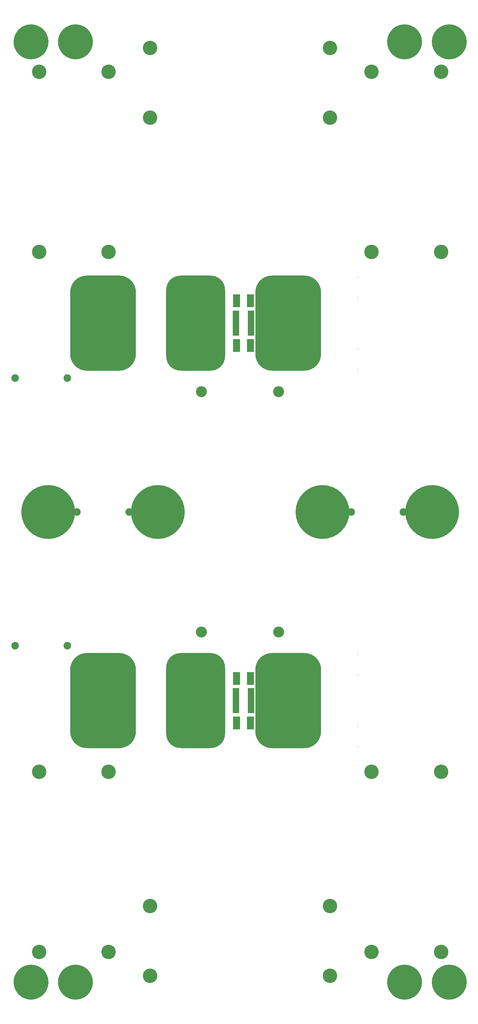
<source format=gts>
G04*
G04 #@! TF.GenerationSoftware,Altium Limited,Altium Designer,18.1.9 (240)*
G04*
G04 Layer_Color=8388736*
%FSLAX25Y25*%
%MOIN*%
G70*
G01*
G75*
%ADD16R,0.07887X0.14973*%
%ADD17R,0.07296X0.28753*%
%ADD18C,0.40170*%
%ADD19C,0.61824*%
%ADD20C,0.08674*%
%ADD21C,0.16548*%
%ADD22C,0.12611*%
G04:AMPARAMS|DCode=23|XSize=756.03mil|YSize=1090.68mil|CornerRadius=191.01mil|HoleSize=0mil|Usage=FLASHONLY|Rotation=0.000|XOffset=0mil|YOffset=0mil|HoleType=Round|Shape=RoundedRectangle|*
%AMROUNDEDRECTD23*
21,1,0.75603,0.70866,0,0,0.0*
21,1,0.37402,1.09068,0,0,0.0*
1,1,0.38202,0.18701,-0.35433*
1,1,0.38202,-0.18701,-0.35433*
1,1,0.38202,-0.18701,0.35433*
1,1,0.38202,0.18701,0.35433*
%
%ADD23ROUNDEDRECTD23*%
G04:AMPARAMS|DCode=24|XSize=677.29mil|YSize=1090.68mil|CornerRadius=171.32mil|HoleSize=0mil|Usage=FLASHONLY|Rotation=0.000|XOffset=0mil|YOffset=0mil|HoleType=Round|Shape=RoundedRectangle|*
%AMROUNDEDRECTD24*
21,1,0.67729,0.74803,0,0,0.0*
21,1,0.33465,1.09068,0,0,0.0*
1,1,0.34265,0.16732,-0.37402*
1,1,0.34265,-0.16732,-0.37402*
1,1,0.34265,-0.16732,0.37402*
1,1,0.34265,0.16732,0.37402*
%
%ADD24ROUNDEDRECTD24*%
%ADD25C,0.00800*%
%ADD26C,0.04737*%
D16*
X-4134Y242126D02*
D03*
X12008D02*
D03*
X-4134Y190945D02*
D03*
X12008D02*
D03*
X-4134Y-242126D02*
D03*
X12008D02*
D03*
X-4134Y-190945D02*
D03*
X12008D02*
D03*
D17*
X12697Y216535D02*
D03*
X-4823D02*
D03*
X12697Y-216535D02*
D03*
X-4823D02*
D03*
D18*
X188976Y539370D02*
D03*
X240158D02*
D03*
X-188976Y539370D02*
D03*
X-240158D02*
D03*
X188976Y-539370D02*
D03*
X240158D02*
D03*
X-240158Y-539370D02*
D03*
X-188976D02*
D03*
D19*
X220472Y0D02*
D03*
X94488D02*
D03*
X-220472D02*
D03*
X-94488D02*
D03*
D20*
X-187480D02*
D03*
X-127480D02*
D03*
X127480D02*
D03*
X187480D02*
D03*
X-258347Y153543D02*
D03*
X-198346D02*
D03*
Y-153543D02*
D03*
X-258347D02*
D03*
D21*
X-150984Y298228D02*
D03*
Y504921D02*
D03*
X-230906D02*
D03*
Y298228D02*
D03*
X150984Y504921D02*
D03*
Y298228D02*
D03*
X230906D02*
D03*
Y504921D02*
D03*
X-103347Y452165D02*
D03*
X103347D02*
D03*
Y532087D02*
D03*
X-103347D02*
D03*
X230906Y-504921D02*
D03*
Y-298228D02*
D03*
X150984D02*
D03*
Y-504921D02*
D03*
X-103347Y-532087D02*
D03*
X103347D02*
D03*
Y-452165D02*
D03*
X-103347D02*
D03*
X-150984Y-298228D02*
D03*
Y-504921D02*
D03*
X-230906D02*
D03*
Y-298228D02*
D03*
D22*
X-44291Y137795D02*
D03*
X44291D02*
D03*
X-44291Y-137795D02*
D03*
X44291D02*
D03*
D23*
X-157480Y-216535D02*
D03*
X55118D02*
D03*
Y216535D02*
D03*
X-157480D02*
D03*
D24*
X-51181Y-216535D02*
D03*
Y216535D02*
D03*
D25*
X134843Y-269685D02*
D03*
Y-246063D02*
D03*
Y-187008D02*
D03*
Y-163386D02*
D03*
Y269685D02*
D03*
Y246063D02*
D03*
Y187008D02*
D03*
Y163386D02*
D03*
D26*
X-51181Y-240158D02*
D03*
Y-255906D02*
D03*
X-47244Y-263779D02*
D03*
X-43307Y-255906D02*
D03*
X-47244Y-248031D02*
D03*
X-43307Y-240158D02*
D03*
X-47244Y-232283D02*
D03*
X-39370D02*
D03*
X-35433Y-240158D02*
D03*
X-39370Y-248031D02*
D03*
X-31496Y-232283D02*
D03*
X-23622D02*
D03*
X-27559Y-240158D02*
D03*
X-31496Y-248031D02*
D03*
X-23622D02*
D03*
X-35433Y-255906D02*
D03*
X-27559D02*
D03*
X-39370Y-263779D02*
D03*
X-35433Y-224409D02*
D03*
X-27559D02*
D03*
X-31496Y-216535D02*
D03*
X-23622D02*
D03*
X-47244Y-169291D02*
D03*
X-43307Y-177165D02*
D03*
X-47244Y-185039D02*
D03*
X-43307Y-192913D02*
D03*
X-47244Y-200787D02*
D03*
X-39370D02*
D03*
X-35433Y-192913D02*
D03*
X-39370Y-185039D02*
D03*
X-31496Y-200787D02*
D03*
X-23622D02*
D03*
X-27559Y-192913D02*
D03*
X-31496Y-185039D02*
D03*
X-23622D02*
D03*
X-35433Y-177165D02*
D03*
X-27559D02*
D03*
X-39370Y-169291D02*
D03*
X-35433Y-208661D02*
D03*
X-27559D02*
D03*
X-51181Y-192913D02*
D03*
X-31496Y-263779D02*
D03*
Y-169291D02*
D03*
X-19685Y-224409D02*
D03*
Y-208661D02*
D03*
Y-192913D02*
D03*
Y-240158D02*
D03*
X-82677Y-192913D02*
D03*
Y-240158D02*
D03*
Y-224409D02*
D03*
Y-208661D02*
D03*
X-70866Y-263779D02*
D03*
Y-169291D02*
D03*
X-74803Y-224409D02*
D03*
X-66929D02*
D03*
X-62992Y-263779D02*
D03*
X-74803Y-255906D02*
D03*
X-66929D02*
D03*
X-78740Y-248031D02*
D03*
X-70866D02*
D03*
X-74803Y-240158D02*
D03*
X-78740Y-232283D02*
D03*
X-70866D02*
D03*
X-62992Y-248031D02*
D03*
X-66929Y-240158D02*
D03*
X-62992Y-232283D02*
D03*
X-55118D02*
D03*
X-59055Y-240158D02*
D03*
X-55118Y-248031D02*
D03*
X-59055Y-255906D02*
D03*
X-55118Y-263779D02*
D03*
X-78740Y-216535D02*
D03*
X-70866D02*
D03*
X-74803Y-208661D02*
D03*
X-66929D02*
D03*
X-62992Y-169291D02*
D03*
X-74803Y-177165D02*
D03*
X-66929D02*
D03*
X-78740Y-185039D02*
D03*
X-70866D02*
D03*
X-74803Y-192913D02*
D03*
X-78740Y-200787D02*
D03*
X-70866D02*
D03*
X-62992Y-185039D02*
D03*
X-66929Y-192913D02*
D03*
X-62992Y-200787D02*
D03*
X-55118D02*
D03*
X-59055Y-192913D02*
D03*
X-55118Y-185039D02*
D03*
X-59055Y-177165D02*
D03*
X-55118Y-169291D02*
D03*
X-51181Y-177165D02*
D03*
X88583Y-240158D02*
D03*
Y-192913D02*
D03*
Y-208661D02*
D03*
Y-224409D02*
D03*
X76772Y-169291D02*
D03*
Y-263779D02*
D03*
X57087Y-192913D02*
D03*
Y-177165D02*
D03*
X80709Y-208661D02*
D03*
X72835D02*
D03*
X68898Y-169291D02*
D03*
X80709Y-177165D02*
D03*
X72835D02*
D03*
X84646Y-185039D02*
D03*
X76772D02*
D03*
X80709Y-192913D02*
D03*
X84646Y-200787D02*
D03*
X76772D02*
D03*
X68898Y-185039D02*
D03*
X72835Y-192913D02*
D03*
X68898Y-200787D02*
D03*
X61024D02*
D03*
X64961Y-192913D02*
D03*
X61024Y-185039D02*
D03*
X64961Y-177165D02*
D03*
X61024Y-169291D02*
D03*
X84646Y-216535D02*
D03*
X76772D02*
D03*
X80709Y-224409D02*
D03*
X72835D02*
D03*
X68898Y-263779D02*
D03*
X80709Y-255906D02*
D03*
X72835D02*
D03*
X84646Y-248031D02*
D03*
X76772D02*
D03*
X80709Y-240158D02*
D03*
X84646Y-232283D02*
D03*
X76772D02*
D03*
X68898Y-248031D02*
D03*
X72835Y-240158D02*
D03*
X68898Y-232283D02*
D03*
X61024D02*
D03*
X64961Y-240158D02*
D03*
X61024Y-248031D02*
D03*
X64961Y-255906D02*
D03*
X61024Y-263779D02*
D03*
X57087Y-255906D02*
D03*
Y-240158D02*
D03*
X29528Y-263779D02*
D03*
Y-169291D02*
D03*
X49213Y-240158D02*
D03*
Y-255906D02*
D03*
X25591Y-224409D02*
D03*
X33465D02*
D03*
X37402Y-263779D02*
D03*
X25591Y-255906D02*
D03*
X33465D02*
D03*
X21654Y-248031D02*
D03*
X29528D02*
D03*
X25591Y-240158D02*
D03*
X21654Y-232283D02*
D03*
X29528D02*
D03*
X37402Y-248031D02*
D03*
X33465Y-240158D02*
D03*
X37402Y-232283D02*
D03*
X45276D02*
D03*
X41339Y-240158D02*
D03*
X45276Y-248031D02*
D03*
X41339Y-255906D02*
D03*
X45276Y-263779D02*
D03*
X21654Y-216535D02*
D03*
X29528D02*
D03*
X25591Y-208661D02*
D03*
X33465D02*
D03*
X37402Y-169291D02*
D03*
X25591Y-177165D02*
D03*
X33465D02*
D03*
X21654Y-185039D02*
D03*
X29528D02*
D03*
X25591Y-192913D02*
D03*
X21654Y-200787D02*
D03*
X29528D02*
D03*
X37402Y-185039D02*
D03*
X33465Y-192913D02*
D03*
X37402Y-200787D02*
D03*
X45276D02*
D03*
X41339Y-192913D02*
D03*
X45276Y-185039D02*
D03*
X41339Y-177165D02*
D03*
X45276Y-169291D02*
D03*
X49213Y-177165D02*
D03*
Y-192913D02*
D03*
X53150Y-232283D02*
D03*
Y-248031D02*
D03*
Y-263779D02*
D03*
Y-200787D02*
D03*
Y-185039D02*
D03*
Y-169291D02*
D03*
X88583Y-177165D02*
D03*
Y-255906D02*
D03*
X-78740Y-263779D02*
D03*
X-23622D02*
D03*
X-78740Y-169291D02*
D03*
X-23622D02*
D03*
X84646Y-263779D02*
D03*
Y-169291D02*
D03*
X-187008Y-263779D02*
D03*
Y-169291D02*
D03*
X-190945Y-177165D02*
D03*
Y-255906D02*
D03*
X-155512Y-263779D02*
D03*
Y-248031D02*
D03*
Y-232283D02*
D03*
Y-169291D02*
D03*
Y-185039D02*
D03*
Y-200787D02*
D03*
X-151575Y-240158D02*
D03*
Y-255906D02*
D03*
X-147638Y-263779D02*
D03*
X-143701Y-255906D02*
D03*
X-147638Y-248031D02*
D03*
X-143701Y-240158D02*
D03*
X-147638Y-232283D02*
D03*
X-139764D02*
D03*
X-135827Y-240158D02*
D03*
X-139764Y-248031D02*
D03*
X-131890Y-232283D02*
D03*
X-124016D02*
D03*
X-127953Y-240158D02*
D03*
X-131890Y-248031D02*
D03*
X-124016D02*
D03*
X-135827Y-255906D02*
D03*
X-127953D02*
D03*
X-139764Y-263779D02*
D03*
X-135827Y-224409D02*
D03*
X-127953D02*
D03*
X-131890Y-216535D02*
D03*
X-124016D02*
D03*
X-147638Y-169291D02*
D03*
X-143701Y-177165D02*
D03*
X-147638Y-185039D02*
D03*
X-143701Y-192913D02*
D03*
X-147638Y-200787D02*
D03*
X-139764D02*
D03*
X-135827Y-192913D02*
D03*
X-139764Y-185039D02*
D03*
X-131890Y-200787D02*
D03*
X-124016D02*
D03*
X-127953Y-192913D02*
D03*
X-131890Y-185039D02*
D03*
X-124016D02*
D03*
X-135827Y-177165D02*
D03*
X-127953D02*
D03*
X-139764Y-169291D02*
D03*
X-135827Y-208661D02*
D03*
X-127953D02*
D03*
X-151575Y-177165D02*
D03*
Y-192913D02*
D03*
X-131890Y-263779D02*
D03*
Y-169291D02*
D03*
X-159449Y-192913D02*
D03*
Y-177165D02*
D03*
X-163386Y-169291D02*
D03*
X-167323Y-177165D02*
D03*
X-163386Y-185039D02*
D03*
X-167323Y-192913D02*
D03*
X-163386Y-200787D02*
D03*
X-171260D02*
D03*
X-175197Y-192913D02*
D03*
X-171260Y-185039D02*
D03*
X-179134Y-200787D02*
D03*
X-187008D02*
D03*
X-183071Y-192913D02*
D03*
X-179134Y-185039D02*
D03*
X-187008D02*
D03*
X-175197Y-177165D02*
D03*
X-183071D02*
D03*
X-171260Y-169291D02*
D03*
X-175197Y-208661D02*
D03*
X-183071D02*
D03*
X-179134Y-216535D02*
D03*
X-187008D02*
D03*
X-163386Y-263779D02*
D03*
X-167323Y-255906D02*
D03*
X-163386Y-248031D02*
D03*
X-167323Y-240158D02*
D03*
X-163386Y-232283D02*
D03*
X-171260D02*
D03*
X-175197Y-240158D02*
D03*
X-171260Y-248031D02*
D03*
X-179134Y-232283D02*
D03*
X-187008D02*
D03*
X-183071Y-240158D02*
D03*
X-179134Y-248031D02*
D03*
X-187008D02*
D03*
X-175197Y-255906D02*
D03*
X-183071D02*
D03*
X-171260Y-263779D02*
D03*
X-175197Y-224409D02*
D03*
X-183071D02*
D03*
X-159449Y-255906D02*
D03*
Y-240158D02*
D03*
X-179134Y-169291D02*
D03*
Y-263779D02*
D03*
X-190945Y-208661D02*
D03*
Y-224409D02*
D03*
Y-240158D02*
D03*
Y-192913D02*
D03*
Y240158D02*
D03*
Y192913D02*
D03*
Y208661D02*
D03*
Y224409D02*
D03*
X-179134Y169291D02*
D03*
Y263779D02*
D03*
X-159449Y192913D02*
D03*
Y177165D02*
D03*
X-183071Y208661D02*
D03*
X-175197D02*
D03*
X-171260Y169291D02*
D03*
X-183071Y177165D02*
D03*
X-175197D02*
D03*
X-187008Y185039D02*
D03*
X-179134D02*
D03*
X-183071Y192913D02*
D03*
X-187008Y200787D02*
D03*
X-179134D02*
D03*
X-171260Y185039D02*
D03*
X-175197Y192913D02*
D03*
X-171260Y200787D02*
D03*
X-163386D02*
D03*
X-167323Y192913D02*
D03*
X-163386Y185039D02*
D03*
X-167323Y177165D02*
D03*
X-163386Y169291D02*
D03*
X-187008Y216535D02*
D03*
X-179134D02*
D03*
X-183071Y224409D02*
D03*
X-175197D02*
D03*
X-171260Y263779D02*
D03*
X-183071Y255906D02*
D03*
X-175197D02*
D03*
X-187008Y248031D02*
D03*
X-179134D02*
D03*
X-183071Y240158D02*
D03*
X-187008Y232283D02*
D03*
X-179134D02*
D03*
X-171260Y248031D02*
D03*
X-175197Y240158D02*
D03*
X-171260Y232283D02*
D03*
X-163386D02*
D03*
X-167323Y240158D02*
D03*
X-163386Y248031D02*
D03*
X-167323Y255906D02*
D03*
X-163386Y263779D02*
D03*
X-159449Y255906D02*
D03*
Y240158D02*
D03*
X-131890Y263779D02*
D03*
Y169291D02*
D03*
X-151575Y240158D02*
D03*
Y255906D02*
D03*
X-127953Y224409D02*
D03*
X-135827D02*
D03*
X-139764Y263779D02*
D03*
X-127953Y255906D02*
D03*
X-135827D02*
D03*
X-124016Y248031D02*
D03*
X-131890D02*
D03*
X-127953Y240158D02*
D03*
X-124016Y232283D02*
D03*
X-131890D02*
D03*
X-139764Y248031D02*
D03*
X-135827Y240158D02*
D03*
X-139764Y232283D02*
D03*
X-147638D02*
D03*
X-143701Y240158D02*
D03*
X-147638Y248031D02*
D03*
X-143701Y255906D02*
D03*
X-147638Y263779D02*
D03*
X-124016Y216535D02*
D03*
X-131890D02*
D03*
X-127953Y208661D02*
D03*
X-135827D02*
D03*
X-139764Y169291D02*
D03*
X-127953Y177165D02*
D03*
X-135827D02*
D03*
X-124016Y185039D02*
D03*
X-131890D02*
D03*
X-127953Y192913D02*
D03*
X-124016Y200787D02*
D03*
X-131890D02*
D03*
X-139764Y185039D02*
D03*
X-135827Y192913D02*
D03*
X-139764Y200787D02*
D03*
X-147638D02*
D03*
X-143701Y192913D02*
D03*
X-147638Y185039D02*
D03*
X-143701Y177165D02*
D03*
X-147638Y169291D02*
D03*
X-151575Y177165D02*
D03*
Y192913D02*
D03*
X-155512Y232283D02*
D03*
Y248031D02*
D03*
Y263779D02*
D03*
Y200787D02*
D03*
Y185039D02*
D03*
Y169291D02*
D03*
X-190945Y177165D02*
D03*
Y255906D02*
D03*
X-187008Y263779D02*
D03*
Y169291D02*
D03*
X84646Y263779D02*
D03*
Y169291D02*
D03*
X-23622Y263779D02*
D03*
X-78740D02*
D03*
X-23622Y169291D02*
D03*
X-78740D02*
D03*
X88583Y177165D02*
D03*
Y255906D02*
D03*
X53150Y263779D02*
D03*
Y248031D02*
D03*
Y232283D02*
D03*
Y169291D02*
D03*
Y185039D02*
D03*
Y200787D02*
D03*
X49213Y240158D02*
D03*
Y255906D02*
D03*
X45276Y263779D02*
D03*
X41339Y255906D02*
D03*
X45276Y248031D02*
D03*
X41339Y240158D02*
D03*
X45276Y232283D02*
D03*
X37402D02*
D03*
X33465Y240158D02*
D03*
X37402Y248031D02*
D03*
X29528Y232283D02*
D03*
X21654D02*
D03*
X25591Y240158D02*
D03*
X29528Y248031D02*
D03*
X21654D02*
D03*
X33465Y255906D02*
D03*
X25591D02*
D03*
X37402Y263779D02*
D03*
X33465Y224409D02*
D03*
X25591D02*
D03*
X29528Y216535D02*
D03*
X21654D02*
D03*
X45276Y169291D02*
D03*
X41339Y177165D02*
D03*
X45276Y185039D02*
D03*
X41339Y192913D02*
D03*
X45276Y200787D02*
D03*
X37402D02*
D03*
X33465Y192913D02*
D03*
X37402Y185039D02*
D03*
X29528Y200787D02*
D03*
X21654D02*
D03*
X25591Y192913D02*
D03*
X29528Y185039D02*
D03*
X21654D02*
D03*
X33465Y177165D02*
D03*
X25591D02*
D03*
X37402Y169291D02*
D03*
X33465Y208661D02*
D03*
X25591D02*
D03*
X49213Y177165D02*
D03*
Y192913D02*
D03*
X29528Y263779D02*
D03*
Y169291D02*
D03*
X57087Y192913D02*
D03*
Y177165D02*
D03*
X61024Y169291D02*
D03*
X64961Y177165D02*
D03*
X61024Y185039D02*
D03*
X64961Y192913D02*
D03*
X61024Y200787D02*
D03*
X68898D02*
D03*
X72835Y192913D02*
D03*
X68898Y185039D02*
D03*
X76772Y200787D02*
D03*
X84646D02*
D03*
X80709Y192913D02*
D03*
X76772Y185039D02*
D03*
X84646D02*
D03*
X72835Y177165D02*
D03*
X80709D02*
D03*
X68898Y169291D02*
D03*
X72835Y208661D02*
D03*
X80709D02*
D03*
X76772Y216535D02*
D03*
X84646D02*
D03*
X61024Y263779D02*
D03*
X64961Y255906D02*
D03*
X61024Y248031D02*
D03*
X64961Y240158D02*
D03*
X61024Y232283D02*
D03*
X68898D02*
D03*
X72835Y240158D02*
D03*
X68898Y248031D02*
D03*
X76772Y232283D02*
D03*
X84646D02*
D03*
X80709Y240158D02*
D03*
X76772Y248031D02*
D03*
X84646D02*
D03*
X72835Y255906D02*
D03*
X80709D02*
D03*
X68898Y263779D02*
D03*
X72835Y224409D02*
D03*
X80709D02*
D03*
X57087Y255906D02*
D03*
Y240158D02*
D03*
X76772Y169291D02*
D03*
Y263779D02*
D03*
X88583Y208661D02*
D03*
Y224409D02*
D03*
Y240158D02*
D03*
Y192913D02*
D03*
X-51181Y255906D02*
D03*
X-55118Y263779D02*
D03*
X-59055Y255906D02*
D03*
X-55118Y248031D02*
D03*
X-59055Y240158D02*
D03*
X-55118Y232283D02*
D03*
X-62992D02*
D03*
X-66929Y240158D02*
D03*
X-62992Y248031D02*
D03*
X-70866Y232283D02*
D03*
X-78740D02*
D03*
X-74803Y240158D02*
D03*
X-70866Y248031D02*
D03*
X-78740D02*
D03*
X-66929Y255906D02*
D03*
X-74803D02*
D03*
X-62992Y263779D02*
D03*
X-66929Y224409D02*
D03*
X-74803D02*
D03*
X-70866Y216535D02*
D03*
X-78740D02*
D03*
X-55118Y169291D02*
D03*
X-59055Y177165D02*
D03*
X-55118Y185039D02*
D03*
X-59055Y192913D02*
D03*
X-55118Y200787D02*
D03*
X-62992D02*
D03*
X-66929Y192913D02*
D03*
X-62992Y185039D02*
D03*
X-70866Y200787D02*
D03*
X-78740D02*
D03*
X-74803Y192913D02*
D03*
X-70866Y185039D02*
D03*
X-78740D02*
D03*
X-66929Y177165D02*
D03*
X-74803D02*
D03*
X-62992Y169291D02*
D03*
X-66929Y208661D02*
D03*
X-74803D02*
D03*
X-70866Y263779D02*
D03*
Y169291D02*
D03*
X-82677Y224409D02*
D03*
Y208661D02*
D03*
Y192913D02*
D03*
Y240158D02*
D03*
X-19685Y192913D02*
D03*
Y240158D02*
D03*
Y224409D02*
D03*
Y208661D02*
D03*
X-31496Y263779D02*
D03*
Y169291D02*
D03*
X-51181Y240158D02*
D03*
X-27559Y224409D02*
D03*
X-35433D02*
D03*
X-39370Y263779D02*
D03*
X-27559Y255906D02*
D03*
X-35433D02*
D03*
X-23622Y248031D02*
D03*
X-31496D02*
D03*
X-27559Y240158D02*
D03*
X-23622Y232283D02*
D03*
X-31496D02*
D03*
X-39370Y248031D02*
D03*
X-35433Y240158D02*
D03*
X-39370Y232283D02*
D03*
X-47244D02*
D03*
X-43307Y240158D02*
D03*
X-47244Y248031D02*
D03*
X-43307Y255906D02*
D03*
X-47244Y263779D02*
D03*
X-23622Y216535D02*
D03*
X-31496D02*
D03*
X-27559Y208661D02*
D03*
X-35433D02*
D03*
X-39370Y169291D02*
D03*
X-27559Y177165D02*
D03*
X-35433D02*
D03*
X-23622Y185039D02*
D03*
X-31496D02*
D03*
X-27559Y192913D02*
D03*
X-23622Y200787D02*
D03*
X-31496D02*
D03*
X-39370Y185039D02*
D03*
X-35433Y192913D02*
D03*
X-39370Y200787D02*
D03*
X-47244D02*
D03*
X-43307Y192913D02*
D03*
X-47244Y185039D02*
D03*
X-43307Y177165D02*
D03*
X-47244Y169291D02*
D03*
X-51181Y177165D02*
D03*
Y192913D02*
D03*
X195866Y551303D02*
D03*
X202756Y539370D02*
D03*
X200910Y546260D02*
D03*
Y532480D02*
D03*
X188976Y525591D02*
D03*
X195866Y527437D02*
D03*
X182087D02*
D03*
X175197Y539370D02*
D03*
X177043Y532480D02*
D03*
X182087Y551303D02*
D03*
X188976Y553150D02*
D03*
X177043Y546260D02*
D03*
X247047Y551303D02*
D03*
X253937Y539370D02*
D03*
X252091Y546260D02*
D03*
Y532480D02*
D03*
X240158Y525591D02*
D03*
X247047Y527437D02*
D03*
X233268D02*
D03*
X226378Y539370D02*
D03*
X228224Y532480D02*
D03*
Y546260D02*
D03*
X240158Y553150D02*
D03*
X233268Y551303D02*
D03*
X-195866Y551304D02*
D03*
X-202756Y539370D02*
D03*
X-200910Y546260D02*
D03*
Y532480D02*
D03*
X-188976Y525591D02*
D03*
X-195866Y527437D02*
D03*
X-182087D02*
D03*
X-175197Y539370D02*
D03*
X-177043Y532480D02*
D03*
X-182087Y551304D02*
D03*
X-188976Y553150D02*
D03*
X-177043Y546260D02*
D03*
X-247047Y551304D02*
D03*
X-253937Y539370D02*
D03*
X-252091Y546260D02*
D03*
Y532480D02*
D03*
X-240158Y525591D02*
D03*
X-247047Y527437D02*
D03*
X-233268D02*
D03*
X-226378Y539370D02*
D03*
X-228224Y532480D02*
D03*
Y546260D02*
D03*
X-240158Y553150D02*
D03*
X-233268Y551304D02*
D03*
X195866Y-551303D02*
D03*
X202756Y-539370D02*
D03*
X200910Y-546260D02*
D03*
Y-532480D02*
D03*
X188976Y-525591D02*
D03*
X195866Y-527437D02*
D03*
X182087D02*
D03*
X175197Y-539370D02*
D03*
X177043Y-532480D02*
D03*
X182087Y-551303D02*
D03*
X188976Y-553150D02*
D03*
X177043Y-546260D02*
D03*
X247047Y-551303D02*
D03*
X253937Y-539370D02*
D03*
X252091Y-546260D02*
D03*
Y-532480D02*
D03*
X240158Y-525591D02*
D03*
X247047Y-527437D02*
D03*
X233268D02*
D03*
X226378Y-539370D02*
D03*
X228224Y-532480D02*
D03*
Y-546260D02*
D03*
X240158Y-553150D02*
D03*
X233268Y-551303D02*
D03*
X-233268Y-551303D02*
D03*
X-240158Y-553150D02*
D03*
X-228224Y-546260D02*
D03*
Y-532480D02*
D03*
X-226378Y-539370D02*
D03*
X-233268Y-527437D02*
D03*
X-247047D02*
D03*
X-240158Y-525591D02*
D03*
X-252091Y-532480D02*
D03*
Y-546260D02*
D03*
X-253937Y-539370D02*
D03*
X-247047Y-551303D02*
D03*
X-177043Y-546260D02*
D03*
X-188976Y-553150D02*
D03*
X-182087Y-551303D02*
D03*
X-177043Y-532480D02*
D03*
X-175197Y-539370D02*
D03*
X-182087Y-527437D02*
D03*
X-195866D02*
D03*
X-188976Y-525591D02*
D03*
X-200910Y-532480D02*
D03*
Y-546260D02*
D03*
X-202756Y-539370D02*
D03*
X-195866Y-551303D02*
D03*
X232283Y-20457D02*
D03*
X228346Y-13638D02*
D03*
X240930Y-11811D02*
D03*
X234111Y-7874D02*
D03*
X244094Y-0D02*
D03*
X236221Y0D02*
D03*
X240930Y11811D02*
D03*
X234111Y7874D02*
D03*
X232283Y20457D02*
D03*
X228346Y13638D02*
D03*
X220473Y23622D02*
D03*
X220472Y15748D02*
D03*
X208661Y20457D02*
D03*
X212598Y13638D02*
D03*
X200015Y11811D02*
D03*
X206834Y7874D02*
D03*
X196850Y0D02*
D03*
X204724Y0D02*
D03*
X200015Y-11811D02*
D03*
X206834Y-7874D02*
D03*
X208661Y-20457D02*
D03*
X212598Y-13638D02*
D03*
X220472Y-23622D02*
D03*
X220472Y-15748D02*
D03*
X106299Y-20457D02*
D03*
X102362Y-13638D02*
D03*
X114945Y-11811D02*
D03*
X108126Y-7874D02*
D03*
X118110Y-0D02*
D03*
X110236Y0D02*
D03*
X114945Y11811D02*
D03*
X108126Y7874D02*
D03*
X106299Y20457D02*
D03*
X102362Y13638D02*
D03*
X94488Y23622D02*
D03*
X94488Y15748D02*
D03*
X82677Y20457D02*
D03*
X86614Y13638D02*
D03*
X74031Y11811D02*
D03*
X80850Y7874D02*
D03*
X70866Y0D02*
D03*
X78740Y0D02*
D03*
X74031Y-11811D02*
D03*
X80850Y-7874D02*
D03*
X82677Y-20457D02*
D03*
X86614Y-13638D02*
D03*
X94488Y-23622D02*
D03*
X94488Y-15748D02*
D03*
X-82677Y-20457D02*
D03*
X-86614Y-13638D02*
D03*
X-74031Y-11811D02*
D03*
X-80850Y-7874D02*
D03*
X-70866Y-0D02*
D03*
X-78740Y0D02*
D03*
X-74031Y11811D02*
D03*
X-80850Y7874D02*
D03*
X-82677Y20457D02*
D03*
X-86614Y13638D02*
D03*
X-94488Y23622D02*
D03*
X-94488Y15748D02*
D03*
X-106299Y20457D02*
D03*
X-102362Y13638D02*
D03*
X-114945Y11811D02*
D03*
X-108126Y7874D02*
D03*
X-118110Y0D02*
D03*
X-110236Y0D02*
D03*
X-114945Y-11811D02*
D03*
X-108126Y-7874D02*
D03*
X-106299Y-20457D02*
D03*
X-102362Y-13638D02*
D03*
X-94488Y-23622D02*
D03*
X-94488Y-15748D02*
D03*
X-220472D02*
D03*
X-220472Y-23622D02*
D03*
X-228346Y-13638D02*
D03*
X-232283Y-20457D02*
D03*
X-234111Y-7874D02*
D03*
X-240930Y-11811D02*
D03*
X-236221Y0D02*
D03*
X-244094Y0D02*
D03*
X-234111Y7874D02*
D03*
X-240930Y11811D02*
D03*
X-228346Y13638D02*
D03*
X-232283Y20457D02*
D03*
X-220472Y15748D02*
D03*
X-220472Y23622D02*
D03*
X-212598Y13638D02*
D03*
X-208661Y20457D02*
D03*
X-206834Y7874D02*
D03*
X-200015Y11811D02*
D03*
X-204724Y0D02*
D03*
X-196850Y-0D02*
D03*
X-206834Y-7874D02*
D03*
X-200015Y-11811D02*
D03*
X-212598Y-13638D02*
D03*
X-208661Y-20457D02*
D03*
M02*

</source>
